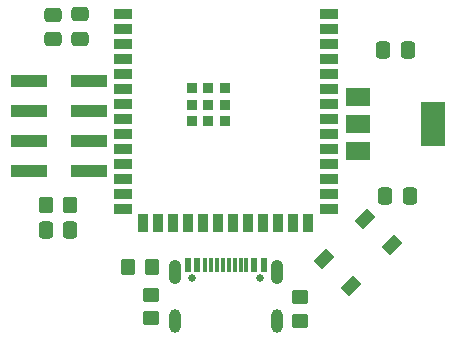
<source format=gbr>
%TF.GenerationSoftware,KiCad,Pcbnew,(6.0.4)*%
%TF.CreationDate,2023-03-23T02:18:43+01:00*%
%TF.ProjectId,FabLight,4661624c-6967-4687-942e-6b696361645f,rev?*%
%TF.SameCoordinates,Original*%
%TF.FileFunction,Soldermask,Top*%
%TF.FilePolarity,Negative*%
%FSLAX46Y46*%
G04 Gerber Fmt 4.6, Leading zero omitted, Abs format (unit mm)*
G04 Created by KiCad (PCBNEW (6.0.4)) date 2023-03-23 02:18:43*
%MOMM*%
%LPD*%
G01*
G04 APERTURE LIST*
G04 Aperture macros list*
%AMRoundRect*
0 Rectangle with rounded corners*
0 $1 Rounding radius*
0 $2 $3 $4 $5 $6 $7 $8 $9 X,Y pos of 4 corners*
0 Add a 4 corners polygon primitive as box body*
4,1,4,$2,$3,$4,$5,$6,$7,$8,$9,$2,$3,0*
0 Add four circle primitives for the rounded corners*
1,1,$1+$1,$2,$3*
1,1,$1+$1,$4,$5*
1,1,$1+$1,$6,$7*
1,1,$1+$1,$8,$9*
0 Add four rect primitives between the rounded corners*
20,1,$1+$1,$2,$3,$4,$5,0*
20,1,$1+$1,$4,$5,$6,$7,0*
20,1,$1+$1,$6,$7,$8,$9,0*
20,1,$1+$1,$8,$9,$2,$3,0*%
%AMRotRect*
0 Rectangle, with rotation*
0 The origin of the aperture is its center*
0 $1 length*
0 $2 width*
0 $3 Rotation angle, in degrees counterclockwise*
0 Add horizontal line*
21,1,$1,$2,0,0,$3*%
G04 Aperture macros list end*
%ADD10RotRect,1.500000X1.000000X45.000000*%
%ADD11RoundRect,0.250000X0.350000X0.450000X-0.350000X0.450000X-0.350000X-0.450000X0.350000X-0.450000X0*%
%ADD12R,2.000000X1.500000*%
%ADD13R,2.000000X3.800000*%
%ADD14RoundRect,0.250000X-0.337500X-0.475000X0.337500X-0.475000X0.337500X0.475000X-0.337500X0.475000X0*%
%ADD15RoundRect,0.250000X-0.450000X0.350000X-0.450000X-0.350000X0.450000X-0.350000X0.450000X0.350000X0*%
%ADD16R,3.150000X1.000000*%
%ADD17RoundRect,0.250000X0.475000X-0.337500X0.475000X0.337500X-0.475000X0.337500X-0.475000X-0.337500X0*%
%ADD18R,1.500000X0.900000*%
%ADD19R,0.900000X1.500000*%
%ADD20R,0.900000X0.900000*%
%ADD21C,0.650000*%
%ADD22R,0.600000X1.150000*%
%ADD23R,0.300000X1.150000*%
%ADD24O,1.050000X2.100000*%
%ADD25O,1.000000X2.000000*%
%ADD26RoundRect,0.250000X0.337500X0.475000X-0.337500X0.475000X-0.337500X-0.475000X0.337500X-0.475000X0*%
G04 APERTURE END LIST*
D10*
%TO.C,D1*%
X46464606Y-49722538D03*
X48727347Y-51985279D03*
X52192170Y-48520456D03*
X49929429Y-46257715D03*
%TD*%
D11*
%TO.C,R2*%
X31866981Y-50323320D03*
X29866981Y-50323320D03*
%TD*%
D12*
%TO.C,U1*%
X49343265Y-35931714D03*
D13*
X55643265Y-38231714D03*
D12*
X49343265Y-38231714D03*
X49343265Y-40531714D03*
%TD*%
D14*
%TO.C,C3*%
X22870384Y-47267118D03*
X24945384Y-47267118D03*
%TD*%
D15*
%TO.C,R3*%
X31753035Y-52722396D03*
X31753035Y-54722396D03*
%TD*%
D16*
%TO.C,J7*%
X21498782Y-34578112D03*
X26548782Y-34578112D03*
X21498782Y-37118112D03*
X26548782Y-37118112D03*
X21498782Y-39658112D03*
X26548782Y-39658112D03*
X21498782Y-42198112D03*
X26548782Y-42198112D03*
%TD*%
D17*
%TO.C,C5*%
X23500158Y-31066110D03*
X23500158Y-28991110D03*
%TD*%
D18*
%TO.C,U2*%
X29378224Y-28916597D03*
X29378224Y-30186597D03*
X29378224Y-31456597D03*
X29378224Y-32726597D03*
X29378224Y-33996597D03*
X29378224Y-35266597D03*
X29378224Y-36536597D03*
X29378224Y-37806597D03*
X29378224Y-39076597D03*
X29378224Y-40346597D03*
X29378224Y-41616597D03*
X29378224Y-42886597D03*
X29378224Y-44156597D03*
X29378224Y-45426597D03*
D19*
X31143224Y-46676597D03*
X32413224Y-46676597D03*
X33683224Y-46676597D03*
X34953224Y-46676597D03*
X36223224Y-46676597D03*
X37493224Y-46676597D03*
X38763224Y-46676597D03*
X40033224Y-46676597D03*
X41303224Y-46676597D03*
X42573224Y-46676597D03*
X43843224Y-46676597D03*
X45113224Y-46676597D03*
D18*
X46878224Y-45426597D03*
X46878224Y-44156597D03*
X46878224Y-42886597D03*
X46878224Y-41616597D03*
X46878224Y-40346597D03*
X46878224Y-39076597D03*
X46878224Y-37806597D03*
X46878224Y-36536597D03*
X46878224Y-35266597D03*
X46878224Y-33996597D03*
X46878224Y-32726597D03*
X46878224Y-31456597D03*
X46878224Y-30186597D03*
X46878224Y-28916597D03*
D20*
X36628224Y-36636597D03*
X35228224Y-36636597D03*
X38028224Y-36636597D03*
X35228224Y-38036597D03*
X36628224Y-38036597D03*
X38028224Y-38036597D03*
X35228224Y-35236597D03*
X36628224Y-35236597D03*
X38028224Y-35236597D03*
%TD*%
D11*
%TO.C,R4*%
X24907884Y-45126240D03*
X22907884Y-45126240D03*
%TD*%
D21*
%TO.C,J4*%
X41008816Y-51259386D03*
X35228816Y-51259386D03*
D22*
X34918816Y-50184386D03*
X35718816Y-50184386D03*
D23*
X36868816Y-50184386D03*
X37868816Y-50184386D03*
X38368816Y-50184386D03*
X39368816Y-50184386D03*
D22*
X41318816Y-50184386D03*
X40518816Y-50184386D03*
D23*
X39868816Y-50184386D03*
X38868816Y-50184386D03*
X37368816Y-50184386D03*
X36368816Y-50184386D03*
D24*
X33798816Y-50759386D03*
D25*
X33798816Y-54939386D03*
X42438816Y-54939386D03*
D24*
X42438816Y-50759386D03*
%TD*%
D26*
%TO.C,C2*%
X53511949Y-32016463D03*
X51436949Y-32016463D03*
%TD*%
D15*
%TO.C,R1*%
X44365225Y-52904287D03*
X44365225Y-54904287D03*
%TD*%
D17*
%TO.C,C4*%
X25778618Y-31057545D03*
X25778618Y-28982545D03*
%TD*%
D14*
%TO.C,C1*%
X51628649Y-44384243D03*
X53703649Y-44384243D03*
%TD*%
M02*

</source>
